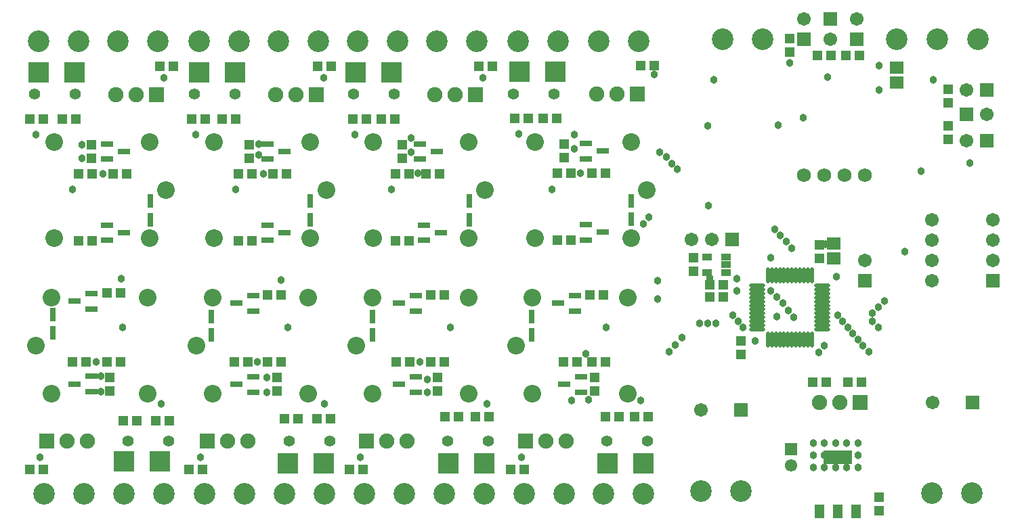
<source format=gbs>
%FSDAX24Y24*%
%MOIN*%
%SFA1B1*%

%IPPOS*%
%ADD68R,0.051300X0.047400*%
%ADD69R,0.047400X0.051300*%
%ADD71R,0.029700X0.065100*%
%ADD74C,0.068000*%
%ADD75R,0.074900X0.074900*%
%ADD76C,0.074900*%
%ADD77C,0.067100*%
%ADD78R,0.067100X0.067100*%
%ADD79R,0.074900X0.074900*%
%ADD80C,0.106400*%
%ADD81R,0.067100X0.067100*%
%ADD82C,0.086700*%
%ADD83C,0.055200*%
%ADD84R,0.061100X0.061100*%
%ADD85C,0.061100*%
%ADD86C,0.038000*%
%ADD87R,0.067100X0.059200*%
%ADD88R,0.051300X0.033600*%
%ADD89R,0.051300X0.069000*%
%ADD90R,0.051300X0.069000*%
%ADD91R,0.143800X0.069000*%
%ADD92O,0.078900X0.019800*%
%ADD93O,0.019800X0.078900*%
%ADD94R,0.059200X0.031600*%
%ADD95R,0.098600X0.098600*%
%LNde-010824-1*%
%LPD*%
G54D68*
X046165Y023800D03*
X046835D03*
X046165Y023200D03*
X046835D03*
X030681Y025988D03*
X031350D03*
X038650Y026000D03*
X039319D03*
X015081Y025988D03*
X015750D03*
X022965D03*
X023635D03*
X014281Y031988D03*
X014950D03*
X015750Y029288D03*
X015081D03*
X040935Y023300D03*
X040265D03*
X013350Y031988D03*
X012681D03*
X016781Y029288D03*
X017450D03*
X019750Y034588D03*
X019081D03*
X022165Y031988D03*
X022835D03*
X023635Y029288D03*
X022965D03*
X021335Y031988D03*
X020665D03*
X024665Y029288D03*
X025335D03*
X027535Y034588D03*
X026865D03*
X029981Y031988D03*
X030650D03*
X031350Y029288D03*
X030681D03*
X033100Y023300D03*
X032431D03*
X029250Y031988D03*
X028581D03*
X032181Y029288D03*
X032850D03*
X035450Y034588D03*
X034781D03*
X037950Y032000D03*
X038619D03*
X039319Y029300D03*
X038650D03*
X037219Y032000D03*
X036550D03*
X040346Y029300D03*
X041015D03*
X043419Y034600D03*
X042750D03*
X041700Y017300D03*
X041031D03*
X040365Y020000D03*
X041035D03*
X025071Y023300D03*
X024402D03*
X042465Y017300D03*
X043135D03*
X039635Y020000D03*
X038965D03*
X036365Y014700D03*
X037035D03*
X033800Y017300D03*
X033131D03*
X032431Y020000D03*
X033100D03*
X034631Y017300D03*
X035300D03*
X031404Y020000D03*
X030734D03*
X028431Y014700D03*
X029100D03*
X025906Y017200D03*
X025237D03*
X024402Y020000D03*
X025071D03*
X017150Y023400D03*
X016481D03*
X026837Y017200D03*
X027506D03*
X023410Y020000D03*
X022741D03*
X020537Y014700D03*
X021206D03*
X017950Y017100D03*
X017281D03*
X016481Y020000D03*
X017150D03*
X018881Y017100D03*
X019550D03*
X015454Y020000D03*
X014785D03*
X012681Y014700D03*
X013350D03*
X052135Y035100D03*
X051465D03*
X052865D03*
X053535D03*
X051885Y019000D03*
X051215D03*
X052965D03*
X053635D03*
G54D69*
X051550Y025115D03*
Y025785D03*
X047700Y021035D03*
Y020365D03*
X045350Y025135D03*
Y024465D03*
X015716Y030722D03*
Y030053D03*
X023500Y030722D03*
Y030053D03*
X031016Y030722D03*
Y030053D03*
X038984Y030735D03*
Y030065D03*
X040500Y018565D03*
Y019235D03*
X032765Y018565D03*
Y019235D03*
X024871Y018565D03*
Y019235D03*
X016616Y018565D03*
Y019235D03*
X057900Y031635D03*
Y030965D03*
X050100Y035265D03*
Y035935D03*
X057900Y033435D03*
Y032765D03*
X054500Y012665D03*
Y013335D03*
G54D71*
X034316Y027025D03*
Y027950D03*
X042284Y027037D03*
Y027963D03*
X018616Y027025D03*
Y027950D03*
X026500Y027025D03*
Y027950D03*
X037400Y022263D03*
Y021337D03*
X029565Y022263D03*
Y021337D03*
X021637Y022263D03*
Y021337D03*
X013816Y022363D03*
Y021437D03*
G54D74*
X050800Y029200D03*
X051800D03*
X052800D03*
X053800D03*
G54D75*
X053550Y018000D03*
G54D76*
X052550Y018000D03*
X051550D03*
X017916Y033188D03*
X016916D03*
X038100Y016100D03*
X039100D03*
X025800Y033188D03*
X024800D03*
X030265Y016100D03*
X031265D03*
X033616Y033188D03*
X032616D03*
X022411Y016100D03*
X023412D03*
X041584Y033200D03*
X040584D03*
X014516Y016100D03*
X015516D03*
G54D77*
X057100Y027000D03*
Y026000D03*
Y025000D03*
Y024000D03*
X060100Y027000D03*
Y026000D03*
Y025000D03*
X052100Y035900D03*
X058800Y033400D03*
X050800Y036900D03*
X058800Y030900D03*
X053400Y036900D03*
X059800Y032200D03*
X053800Y025000D03*
X045250Y026050D03*
X046250D03*
X045716Y017650D03*
X057116Y018000D03*
G54D78*
X060100Y024000D03*
X059800Y033400D03*
Y030900D03*
X058800Y032200D03*
X047250Y026050D03*
X047684Y017650D03*
X059084Y018000D03*
G54D79*
X018916Y033188D03*
X037100Y016100D03*
X026800Y033188D03*
X029265Y016100D03*
X034616Y033188D03*
X021411Y016100D03*
X042584Y033200D03*
X013516Y016100D03*
G54D80*
X017032Y035800D03*
X019000D03*
X013132D03*
X015100D03*
X024916D03*
X026884D03*
X021016D03*
X022984D03*
X032731D03*
X034700D03*
X028832D03*
X030800D03*
X040700D03*
X042668D03*
X036716D03*
X038684D03*
X038984Y013500D03*
X037016D03*
X042884D03*
X040916D03*
X031134D03*
X029165D03*
X035065D03*
X033097D03*
X023250D03*
X021281D03*
X027200D03*
X025231D03*
X015346D03*
X013378D03*
X019300D03*
X017332D03*
X048763Y035900D03*
X046795D03*
X059350D03*
X057350D03*
X055350D03*
X057100Y013550D03*
X059068D03*
X045716Y013650D03*
X047684D03*
G54D81*
X052100Y036900D03*
X050800Y035900D03*
X053400D03*
X053800Y024000D03*
G54D82*
X029582Y030850D03*
Y026126D03*
X034306Y030850D03*
Y026126D03*
X035094Y028488D03*
X037550Y030850D03*
Y026126D03*
X042275Y030850D03*
Y026126D03*
X043062Y028488D03*
X013882Y030850D03*
Y026126D03*
X018606Y030850D03*
Y026126D03*
X019394Y028488D03*
X021766Y030850D03*
Y026126D03*
X026491Y030850D03*
Y026126D03*
X027278Y028488D03*
X042134Y018450D03*
Y023174D03*
X037409Y018450D03*
Y023174D03*
X036622Y020812D03*
X034277Y018450D03*
Y023174D03*
X029553Y018450D03*
Y023174D03*
X028765Y020812D03*
X026400Y018450D03*
Y023174D03*
X021675Y018450D03*
Y023174D03*
X020888Y020812D03*
X018496Y018450D03*
Y023174D03*
X013771Y018450D03*
Y023174D03*
X012984Y020812D03*
G54D83*
X014916Y033200D03*
X012916D03*
X041100Y016100D03*
X043100D03*
X022800Y033200D03*
X020800D03*
X033265Y016100D03*
X035265D03*
X030616Y033200D03*
X028616D03*
X025471Y016100D03*
X027471D03*
X038484Y033200D03*
X036484D03*
X017516Y016100D03*
X019516D03*
G54D84*
X050150Y015700D03*
G54D85*
X050150Y014913D03*
G54D86*
X056550Y029400D03*
X058950Y029800D03*
X023900Y020000D03*
X031900D03*
X040050Y020400D03*
X027200Y017950D03*
X035200D03*
X031800Y029300D03*
X039800D03*
X020850Y031200D03*
X015968Y020000D03*
X047500Y023500D03*
Y024100D03*
X049150Y025150D03*
X050200Y025600D03*
X049350Y026550D03*
X049633Y026250D03*
X049917Y025950D03*
X044150Y020500D03*
X044450Y020850D03*
X044800Y021200D03*
X043600Y024000D03*
Y023100D03*
X046450Y021900D03*
X046050D03*
X047800Y021700D03*
X047550Y022000D03*
X047300Y022300D03*
X045650Y021900D03*
X052700Y022000D03*
X052950Y021700D03*
X053200Y021400D03*
X053450Y021100D03*
X044550Y029500D03*
X044283Y029780D03*
X044017Y030100D03*
X043700Y030350D03*
X052400Y024200D03*
X052450Y022300D03*
X050300Y022200D03*
X049742Y022900D03*
X054750Y023000D03*
X054450Y022700D03*
X054150Y022400D03*
X050037Y022550D03*
X049150Y023500D03*
X049446Y023200D03*
Y022250D03*
X051530Y020470D03*
X051800Y020800D03*
X054000Y020500D03*
X053700Y020800D03*
X054450Y021700D03*
X054150Y022000D03*
X054500Y034600D03*
Y033400D03*
X050100Y034750D03*
X051950Y034050D03*
X057150Y033900D03*
X016300Y029288D03*
X015250Y030700D03*
X013000Y031200D03*
X015250Y030053D03*
X024200Y029288D03*
X036750Y031250D03*
X023950Y030750D03*
Y030200D03*
X031450Y030350D03*
Y031050D03*
X039500Y030500D03*
Y031200D03*
X043419Y034181D03*
X014800Y028500D03*
X022835D03*
X030500D03*
X038400D03*
X035000Y034000D03*
X027150D03*
X028700Y031200D03*
X019300Y034000D03*
X013200Y015300D03*
X016200Y019300D03*
X021100Y015300D03*
X024350Y019250D03*
X019150Y017950D03*
X016200Y018550D03*
X024350Y018500D03*
X032250D03*
X028950Y015300D03*
X040200Y018150D03*
X039373Y018127D03*
X042750Y018100D03*
X036900Y015300D03*
X051250Y014800D03*
X051800D03*
X052350D03*
X052900D03*
X053450D03*
Y015400D03*
X052900D03*
X052350D03*
X051800D03*
X051250D03*
X053450Y016000D03*
X052900D03*
X052350D03*
X051800D03*
X051250D03*
X048400Y021035D03*
X046165Y024150D03*
X055750Y025450D03*
X046100Y027700D03*
X046065Y031660D03*
X049535Y031665D03*
X046350Y033900D03*
X032250Y019150D03*
X017250Y021700D03*
X025400D03*
X033400D03*
X041050D03*
X051850Y025800D03*
X017200Y024100D03*
X042900Y026800D03*
X043150Y027150D03*
X025050Y024050D03*
X050750Y032050D03*
G54D87*
X052250Y025848D03*
Y025100D03*
X055350Y033776D03*
Y034524D03*
G54D88*
X046028Y025174D03*
Y024426D03*
X046972D03*
Y024800D03*
Y025174D03*
G54D89*
X053361Y012650D03*
G54D90*
X052456Y012650D03*
X051550D03*
G54D91*
X052456Y015307D03*
G54D92*
X051694Y023783D03*
Y023586D03*
Y023389D03*
Y023192D03*
Y022995D03*
Y022798D03*
Y022602D03*
Y022405D03*
Y022208D03*
Y022011D03*
Y021814D03*
Y021617D03*
X048506D03*
Y021814D03*
Y022011D03*
Y022208D03*
Y022405D03*
Y022602D03*
Y022798D03*
Y022995D03*
Y023192D03*
Y023389D03*
Y023586D03*
Y023783D03*
G54D93*
X051183Y021106D03*
X050986D03*
X050789D03*
X050592D03*
X050395D03*
X050198D03*
X050002D03*
X049805D03*
X049608D03*
X049411D03*
X049214D03*
X049017D03*
Y024294D03*
X049214D03*
X049411D03*
X049608D03*
X049805D03*
X050002D03*
X050198D03*
X050395D03*
X050592D03*
X050789D03*
X050986D03*
X051183D03*
G54D94*
X032089Y026014D03*
Y026762D03*
X032916Y026388D03*
X040071Y026026D03*
Y026774D03*
X040898Y026400D03*
X016502Y026014D03*
Y026762D03*
X017329Y026388D03*
X024387Y026014D03*
Y026762D03*
X025213Y026388D03*
X039513Y023274D03*
Y022526D03*
X038687Y022900D03*
X016502Y030014D03*
Y030762D03*
X017329Y030388D03*
X024387Y030014D03*
Y030762D03*
X025213Y030388D03*
X031679Y023274D03*
Y022526D03*
X030852Y022900D03*
X031902Y030014D03*
Y030762D03*
X032729Y030388D03*
X040071Y030026D03*
Y030774D03*
X040898Y030400D03*
X023685Y023274D03*
Y022526D03*
X022858Y022900D03*
X039813Y019274D03*
Y018526D03*
X038987Y018900D03*
X031679Y019274D03*
Y018526D03*
X030852Y018900D03*
X015729Y023374D03*
Y022626D03*
X014902Y023000D03*
X023685Y019274D03*
Y018526D03*
X022858Y018900D03*
X015729Y019300D03*
Y018552D03*
X014902Y018926D03*
G54D95*
X014902Y034288D03*
X013130D03*
X041114Y015000D03*
X042886D03*
X022786Y034288D03*
X021014D03*
X033280Y015000D03*
X035051D03*
X030502Y034288D03*
X028730D03*
X025386Y015000D03*
X027157D03*
X038570Y034300D03*
X036798D03*
X017330Y015100D03*
X019102D03*
M02*
</source>
